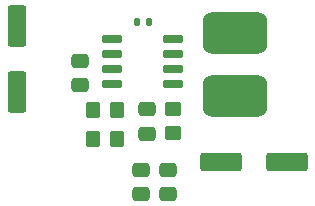
<source format=gtp>
%TF.GenerationSoftware,KiCad,Pcbnew,(6.0.8)*%
%TF.CreationDate,2022-11-18T22:38:32+01:00*%
%TF.ProjectId,Single-DCDC-Converter,53696e67-6c65-42d4-9443-44432d436f6e,rev?*%
%TF.SameCoordinates,Original*%
%TF.FileFunction,Paste,Top*%
%TF.FilePolarity,Positive*%
%FSLAX46Y46*%
G04 Gerber Fmt 4.6, Leading zero omitted, Abs format (unit mm)*
G04 Created by KiCad (PCBNEW (6.0.8)) date 2022-11-18 22:38:32*
%MOMM*%
%LPD*%
G01*
G04 APERTURE LIST*
G04 Aperture macros list*
%AMRoundRect*
0 Rectangle with rounded corners*
0 $1 Rounding radius*
0 $2 $3 $4 $5 $6 $7 $8 $9 X,Y pos of 4 corners*
0 Add a 4 corners polygon primitive as box body*
4,1,4,$2,$3,$4,$5,$6,$7,$8,$9,$2,$3,0*
0 Add four circle primitives for the rounded corners*
1,1,$1+$1,$2,$3*
1,1,$1+$1,$4,$5*
1,1,$1+$1,$6,$7*
1,1,$1+$1,$8,$9*
0 Add four rect primitives between the rounded corners*
20,1,$1+$1,$2,$3,$4,$5,0*
20,1,$1+$1,$4,$5,$6,$7,0*
20,1,$1+$1,$6,$7,$8,$9,0*
20,1,$1+$1,$8,$9,$2,$3,0*%
G04 Aperture macros list end*
%ADD10RoundRect,0.900000X-1.850000X-0.900000X1.850000X-0.900000X1.850000X0.900000X-1.850000X0.900000X0*%
%ADD11RoundRect,0.900000X1.850000X0.900000X-1.850000X0.900000X-1.850000X-0.900000X1.850000X-0.900000X0*%
%ADD12RoundRect,0.135000X-0.135000X-0.185000X0.135000X-0.185000X0.135000X0.185000X-0.135000X0.185000X0*%
%ADD13RoundRect,0.250000X0.475000X-0.337500X0.475000X0.337500X-0.475000X0.337500X-0.475000X-0.337500X0*%
%ADD14RoundRect,0.150000X-0.725000X-0.150000X0.725000X-0.150000X0.725000X0.150000X-0.725000X0.150000X0*%
%ADD15RoundRect,0.250000X0.550000X-1.500000X0.550000X1.500000X-0.550000X1.500000X-0.550000X-1.500000X0*%
%ADD16RoundRect,0.250000X-0.450000X0.350000X-0.450000X-0.350000X0.450000X-0.350000X0.450000X0.350000X0*%
%ADD17RoundRect,0.250000X-0.350000X-0.450000X0.350000X-0.450000X0.350000X0.450000X-0.350000X0.450000X0*%
%ADD18RoundRect,0.250000X0.350000X0.450000X-0.350000X0.450000X-0.350000X-0.450000X0.350000X-0.450000X0*%
%ADD19RoundRect,0.250000X-1.500000X-0.550000X1.500000X-0.550000X1.500000X0.550000X-1.500000X0.550000X0*%
G04 APERTURE END LIST*
D10*
X111201200Y-66930600D03*
D11*
X111201200Y-72210600D03*
D12*
X103860000Y-65930000D03*
X102840000Y-65930000D03*
D13*
X103682800Y-75434100D03*
X103682800Y-73359100D03*
D14*
X100777600Y-67360800D03*
X100777600Y-68630800D03*
X100777600Y-69900800D03*
X100777600Y-71170800D03*
X105927600Y-71170800D03*
X105927600Y-69900800D03*
X105927600Y-68630800D03*
X105927600Y-67360800D03*
D15*
X92710000Y-71888000D03*
X92710000Y-66288000D03*
D13*
X103200000Y-80537500D03*
X103200000Y-78462500D03*
D16*
X105918000Y-73371200D03*
X105918000Y-75371200D03*
D17*
X99150000Y-73440000D03*
X101150000Y-73440000D03*
D18*
X101150000Y-75840000D03*
X99150000Y-75840000D03*
D13*
X98050000Y-71319300D03*
X98050000Y-69244300D03*
D19*
X115560000Y-77800000D03*
X109960000Y-77800000D03*
D13*
X105500000Y-80539500D03*
X105500000Y-78464500D03*
M02*

</source>
